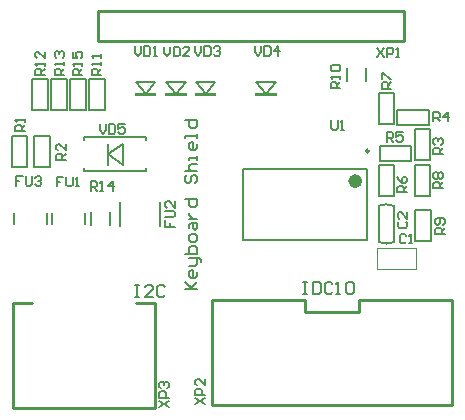
<source format=gto>
G04 Layer_Color=65535*
%FSLAX24Y24*%
%MOIN*%
G70*
G01*
G75*
%ADD10C,0.0079*%
%ADD33C,0.0236*%
%ADD34C,0.0098*%
%ADD35C,0.0070*%
%ADD36C,0.0100*%
%ADD37C,0.0039*%
%ADD38C,0.0050*%
G36*
X38697Y33136D02*
X37977D01*
Y33246D01*
X38697D01*
Y33136D01*
D02*
G37*
G36*
X37693D02*
X36973D01*
Y33246D01*
X37693D01*
Y33136D01*
D02*
G37*
G36*
X41699D02*
X40979D01*
Y33246D01*
X41699D01*
Y33136D01*
D02*
G37*
G36*
X39691D02*
X38971D01*
Y33246D01*
X39691D01*
Y33136D01*
D02*
G37*
D10*
X37003Y33616D02*
X37663D01*
X37003D02*
X37333Y33186D01*
X37663Y33616D01*
X38007D02*
X38667D01*
X38007D02*
X38337Y33186D01*
X38667Y33616D01*
X39001D02*
X39661D01*
X39001D02*
X39331Y33186D01*
X39661Y33616D01*
X41009D02*
X41669D01*
X41009D02*
X41339Y33186D01*
X41669Y33616D01*
X40581Y28327D02*
Y30689D01*
X44715Y28327D02*
Y30689D01*
X40581Y28327D02*
X44715D01*
X40581Y30689D02*
X44715D01*
X44665Y33632D02*
Y34065D01*
X44035Y33632D02*
Y34065D01*
X34213Y28868D02*
Y29222D01*
X35315Y28868D02*
Y29222D01*
X37362Y31654D02*
Y31762D01*
Y30620D02*
Y30728D01*
X35276Y31654D02*
Y31762D01*
Y30620D02*
Y30728D01*
Y31762D02*
X37362D01*
X35276Y30620D02*
X37362D01*
X36467Y28809D02*
Y29596D01*
X37805Y28809D02*
Y29596D01*
X32933Y28868D02*
Y29222D01*
X34035Y28868D02*
Y29222D01*
X36142Y28839D02*
Y29272D01*
X35512Y28839D02*
Y29272D01*
X36988Y26821D02*
X37119D01*
X37054D01*
Y26427D01*
X36988D01*
X37119D01*
X37579D02*
X37316D01*
X37579Y26690D01*
Y26755D01*
X37513Y26821D01*
X37382D01*
X37316Y26755D01*
X37972D02*
X37907Y26821D01*
X37775D01*
X37710Y26755D01*
Y26493D01*
X37775Y26427D01*
X37907D01*
X37972Y26493D01*
X42579Y26929D02*
X42710D01*
X42644D01*
Y26535D01*
X42579D01*
X42710D01*
X42907Y26929D02*
Y26535D01*
X43103D01*
X43169Y26601D01*
Y26863D01*
X43103Y26929D01*
X42907D01*
X43563Y26863D02*
X43497Y26929D01*
X43366D01*
X43300Y26863D01*
Y26601D01*
X43366Y26535D01*
X43497D01*
X43563Y26601D01*
X43694Y26535D02*
X43825D01*
X43759D01*
Y26929D01*
X43694Y26863D01*
X44022D02*
X44087Y26929D01*
X44219D01*
X44284Y26863D01*
Y26601D01*
X44219Y26535D01*
X44087D01*
X44022Y26601D01*
Y26863D01*
X38662Y26683D02*
X39055D01*
X38924D01*
X38662Y26945D01*
X38858Y26749D01*
X39055Y26945D01*
Y27273D02*
Y27142D01*
X38990Y27077D01*
X38858D01*
X38793Y27142D01*
Y27273D01*
X38858Y27339D01*
X38924D01*
Y27077D01*
X38793Y27470D02*
X38990D01*
X39055Y27536D01*
Y27733D01*
X39121D01*
X39186Y27667D01*
Y27601D01*
X39055Y27733D02*
X38793D01*
X38662Y27864D02*
X39055D01*
Y28061D01*
X38990Y28126D01*
X38924D01*
X38858D01*
X38793Y28061D01*
Y27864D01*
X39055Y28323D02*
Y28454D01*
X38990Y28520D01*
X38858D01*
X38793Y28454D01*
Y28323D01*
X38858Y28257D01*
X38990D01*
X39055Y28323D01*
X38793Y28717D02*
Y28848D01*
X38858Y28913D01*
X39055D01*
Y28717D01*
X38990Y28651D01*
X38924Y28717D01*
Y28913D01*
X38793Y29045D02*
X39055D01*
X38924D01*
X38858Y29110D01*
X38793Y29176D01*
Y29241D01*
X38662Y29700D02*
X39055D01*
Y29504D01*
X38990Y29438D01*
X38858D01*
X38793Y29504D01*
Y29700D01*
X38727Y30488D02*
X38662Y30422D01*
Y30291D01*
X38727Y30225D01*
X38793D01*
X38858Y30291D01*
Y30422D01*
X38924Y30488D01*
X38990D01*
X39055Y30422D01*
Y30291D01*
X38990Y30225D01*
X38662Y30619D02*
X39055D01*
X38858D01*
X38793Y30684D01*
Y30816D01*
X38858Y30881D01*
X39055D01*
Y31012D02*
Y31144D01*
Y31078D01*
X38793D01*
Y31012D01*
X39055Y31537D02*
Y31406D01*
X38990Y31340D01*
X38858D01*
X38793Y31406D01*
Y31537D01*
X38858Y31603D01*
X38924D01*
Y31340D01*
X39055Y31734D02*
Y31865D01*
Y31800D01*
X38662D01*
Y31734D01*
Y32324D02*
X39055D01*
Y32128D01*
X38990Y32062D01*
X38858D01*
X38793Y32128D01*
Y32324D01*
X45059Y34744D02*
X45269Y34429D01*
Y34744D02*
X45059Y34429D01*
X45374D02*
Y34744D01*
X45531D01*
X45584Y34692D01*
Y34587D01*
X45531Y34534D01*
X45374D01*
X45689Y34429D02*
X45794D01*
X45741D01*
Y34744D01*
X45689Y34692D01*
X36969Y34783D02*
Y34573D01*
X37073Y34469D01*
X37178Y34573D01*
Y34783D01*
X37283D02*
Y34469D01*
X37441D01*
X37493Y34521D01*
Y34731D01*
X37441Y34783D01*
X37283D01*
X37598Y34469D02*
X37703D01*
X37651D01*
Y34783D01*
X37598Y34731D01*
X37953Y34774D02*
Y34564D01*
X38058Y34459D01*
X38163Y34564D01*
Y34774D01*
X38268D02*
Y34459D01*
X38425D01*
X38478Y34511D01*
Y34721D01*
X38425Y34774D01*
X38268D01*
X38792Y34459D02*
X38582D01*
X38792Y34669D01*
Y34721D01*
X38740Y34774D01*
X38635D01*
X38582Y34721D01*
X38976Y34793D02*
Y34583D01*
X39081Y34478D01*
X39186Y34583D01*
Y34793D01*
X39291D02*
Y34478D01*
X39449D01*
X39501Y34531D01*
Y34741D01*
X39449Y34793D01*
X39291D01*
X39606Y34741D02*
X39659Y34793D01*
X39764D01*
X39816Y34741D01*
Y34688D01*
X39764Y34636D01*
X39711D01*
X39764D01*
X39816Y34583D01*
Y34531D01*
X39764Y34478D01*
X39659D01*
X39606Y34531D01*
X34665Y31004D02*
X34351D01*
Y31161D01*
X34403Y31214D01*
X34508D01*
X34560Y31161D01*
Y31004D01*
Y31109D02*
X34665Y31214D01*
Y31529D02*
Y31319D01*
X34455Y31529D01*
X34403D01*
X34351Y31476D01*
Y31371D01*
X34403Y31319D01*
X33307Y31959D02*
X32992D01*
Y32116D01*
X33045Y32169D01*
X33150D01*
X33202Y32116D01*
Y31959D01*
Y32064D02*
X33307Y32169D01*
Y32274D02*
Y32378D01*
Y32326D01*
X32992D01*
X33045Y32274D01*
X40974Y34793D02*
Y34583D01*
X41079Y34478D01*
X41184Y34583D01*
Y34793D01*
X41289D02*
Y34478D01*
X41447D01*
X41499Y34531D01*
Y34741D01*
X41447Y34793D01*
X41289D01*
X41762Y34478D02*
Y34793D01*
X41604Y34636D01*
X41814D01*
X43524Y32323D02*
Y32060D01*
X43576Y32008D01*
X43681D01*
X43734Y32060D01*
Y32323D01*
X43838Y32008D02*
X43943D01*
X43891D01*
Y32323D01*
X43838Y32270D01*
X38996Y22854D02*
X39311Y23064D01*
X38996D02*
X39311Y22854D01*
Y23169D02*
X38996D01*
Y23327D01*
X39049Y23379D01*
X39154D01*
X39206Y23327D01*
Y23169D01*
X39311Y23694D02*
Y23484D01*
X39101Y23694D01*
X39049D01*
X38996Y23641D01*
Y23537D01*
X39049Y23484D01*
X47244Y30059D02*
X46929D01*
Y30216D01*
X46982Y30269D01*
X47087D01*
X47139Y30216D01*
Y30059D01*
Y30164D02*
X47244Y30269D01*
X46982Y30374D02*
X46929Y30426D01*
Y30531D01*
X46982Y30584D01*
X47034D01*
X47087Y30531D01*
X47139Y30584D01*
X47192D01*
X47244Y30531D01*
Y30426D01*
X47192Y30374D01*
X47139D01*
X47087Y30426D01*
X47034Y30374D01*
X46982D01*
X47087Y30426D02*
Y30531D01*
X45522Y33376D02*
X45207D01*
Y33533D01*
X45259Y33586D01*
X45364D01*
X45417Y33533D01*
Y33376D01*
Y33481D02*
X45522Y33586D01*
X45207Y33691D02*
Y33901D01*
X45259D01*
X45469Y33691D01*
X45522D01*
X46043Y29921D02*
X45728D01*
Y30079D01*
X45781Y30131D01*
X45886D01*
X45938Y30079D01*
Y29921D01*
Y30026D02*
X46043Y30131D01*
X45728Y30446D02*
X45781Y30341D01*
X45886Y30236D01*
X45991D01*
X46043Y30289D01*
Y30394D01*
X45991Y30446D01*
X45938D01*
X45886Y30394D01*
Y30236D01*
X45374Y31614D02*
Y31929D01*
X45531D01*
X45584Y31877D01*
Y31772D01*
X45531Y31719D01*
X45374D01*
X45479D02*
X45584Y31614D01*
X45899Y31929D02*
X45689D01*
Y31772D01*
X45794Y31824D01*
X45846D01*
X45899Y31772D01*
Y31667D01*
X45846Y31614D01*
X45741D01*
X45689Y31667D01*
X46929Y32283D02*
Y32598D01*
X47087D01*
X47139Y32546D01*
Y32441D01*
X47087Y32388D01*
X46929D01*
X47034D02*
X47139Y32283D01*
X47401D02*
Y32598D01*
X47244Y32441D01*
X47454D01*
X47244Y31201D02*
X46929D01*
Y31358D01*
X46982Y31411D01*
X47087D01*
X47139Y31358D01*
Y31201D01*
Y31306D02*
X47244Y31411D01*
X46982Y31516D02*
X46929Y31568D01*
Y31673D01*
X46982Y31726D01*
X47034D01*
X47087Y31673D01*
Y31621D01*
Y31673D01*
X47139Y31726D01*
X47192D01*
X47244Y31673D01*
Y31568D01*
X47192Y31516D01*
X47303Y28533D02*
X46988D01*
Y28691D01*
X47041Y28743D01*
X47146D01*
X47198Y28691D01*
Y28533D01*
Y28638D02*
X47303Y28743D01*
X47251Y28848D02*
X47303Y28901D01*
Y29006D01*
X47251Y29058D01*
X47041D01*
X46988Y29006D01*
Y28901D01*
X47041Y28848D01*
X47093D01*
X47146Y28901D01*
Y29058D01*
X45791Y28940D02*
X45738Y28888D01*
Y28783D01*
X45791Y28730D01*
X46001D01*
X46053Y28783D01*
Y28888D01*
X46001Y28940D01*
X46053Y29255D02*
Y29045D01*
X45843Y29255D01*
X45791D01*
X45738Y29203D01*
Y29098D01*
X45791Y29045D01*
X46017Y28481D02*
X45965Y28533D01*
X45860D01*
X45807Y28481D01*
Y28271D01*
X45860Y28219D01*
X45965D01*
X46017Y28271D01*
X46122Y28219D02*
X46227D01*
X46174D01*
Y28533D01*
X46122Y28481D01*
X43819Y33386D02*
X43504D01*
Y33543D01*
X43557Y33596D01*
X43661D01*
X43714Y33543D01*
Y33386D01*
Y33491D02*
X43819Y33596D01*
Y33701D02*
Y33806D01*
Y33753D01*
X43504D01*
X43557Y33701D01*
Y33963D02*
X43504Y34016D01*
Y34121D01*
X43557Y34173D01*
X43766D01*
X43819Y34121D01*
Y34016D01*
X43766Y33963D01*
X43557D01*
X37795Y22766D02*
X38110Y22976D01*
X37795D02*
X38110Y22766D01*
Y23081D02*
X37795D01*
Y23238D01*
X37848Y23291D01*
X37953D01*
X38005Y23238D01*
Y23081D01*
X37848Y23395D02*
X37795Y23448D01*
Y23553D01*
X37848Y23605D01*
X37900D01*
X37953Y23553D01*
Y23500D01*
Y23553D01*
X38005Y23605D01*
X38058D01*
X38110Y23553D01*
Y23448D01*
X38058Y23395D01*
X35846Y33839D02*
X35532D01*
Y33996D01*
X35584Y34048D01*
X35689D01*
X35742Y33996D01*
Y33839D01*
Y33944D02*
X35846Y34048D01*
Y34153D02*
Y34258D01*
Y34206D01*
X35532D01*
X35584Y34153D01*
X35846Y34416D02*
Y34521D01*
Y34468D01*
X35532D01*
X35584Y34416D01*
X34590Y30433D02*
X34380D01*
Y30276D01*
X34485D01*
X34380D01*
Y30118D01*
X34695Y30433D02*
Y30171D01*
X34747Y30118D01*
X34852D01*
X34905Y30171D01*
Y30433D01*
X35010Y30118D02*
X35115D01*
X35062D01*
Y30433D01*
X35010Y30380D01*
X33967Y33829D02*
X33652D01*
Y33986D01*
X33704Y34039D01*
X33809D01*
X33862Y33986D01*
Y33829D01*
Y33934D02*
X33967Y34039D01*
Y34144D02*
Y34249D01*
Y34196D01*
X33652D01*
X33704Y34144D01*
X33967Y34616D02*
Y34406D01*
X33757Y34616D01*
X33704D01*
X33652Y34563D01*
Y34458D01*
X33704Y34406D01*
X35797Y32195D02*
Y31985D01*
X35902Y31880D01*
X36007Y31985D01*
Y32195D01*
X36112D02*
Y31880D01*
X36270D01*
X36322Y31932D01*
Y32142D01*
X36270Y32195D01*
X36112D01*
X36637D02*
X36427D01*
Y32037D01*
X36532Y32090D01*
X36584D01*
X36637Y32037D01*
Y31932D01*
X36584Y31880D01*
X36479D01*
X36427Y31932D01*
X37992Y28989D02*
Y28780D01*
X38150D01*
Y28884D01*
Y28780D01*
X38307D01*
X37992Y29094D02*
X38255D01*
X38307Y29147D01*
Y29252D01*
X38255Y29304D01*
X37992D01*
X38307Y29619D02*
Y29409D01*
X38097Y29619D01*
X38045D01*
X37992Y29567D01*
Y29462D01*
X38045Y29409D01*
X34616Y33839D02*
X34301D01*
Y33996D01*
X34354Y34048D01*
X34459D01*
X34511Y33996D01*
Y33839D01*
Y33944D02*
X34616Y34048D01*
Y34153D02*
Y34258D01*
Y34206D01*
X34301D01*
X34354Y34153D01*
Y34416D02*
X34301Y34468D01*
Y34573D01*
X34354Y34626D01*
X34406D01*
X34459Y34573D01*
Y34521D01*
Y34573D01*
X34511Y34626D01*
X34564D01*
X34616Y34573D01*
Y34468D01*
X34564Y34416D01*
X33232Y30453D02*
X33022D01*
Y30295D01*
X33127D01*
X33022D01*
Y30138D01*
X33337Y30453D02*
Y30190D01*
X33389Y30138D01*
X33494D01*
X33546Y30190D01*
Y30453D01*
X33651Y30400D02*
X33704Y30453D01*
X33809D01*
X33861Y30400D01*
Y30348D01*
X33809Y30295D01*
X33756D01*
X33809D01*
X33861Y30243D01*
Y30190D01*
X33809Y30138D01*
X33704D01*
X33651Y30190D01*
X35217Y33819D02*
X34902D01*
Y33976D01*
X34954Y34029D01*
X35059D01*
X35112Y33976D01*
Y33819D01*
Y33924D02*
X35217Y34029D01*
Y34134D02*
Y34239D01*
Y34186D01*
X34902D01*
X34954Y34134D01*
X34902Y34606D02*
Y34396D01*
X35059D01*
X35007Y34501D01*
Y34554D01*
X35059Y34606D01*
X35164D01*
X35217Y34554D01*
Y34449D01*
X35164Y34396D01*
X35502Y29980D02*
Y30295D01*
X35659D01*
X35712Y30243D01*
Y30138D01*
X35659Y30085D01*
X35502D01*
X35607D02*
X35712Y29980D01*
X35817D02*
X35922D01*
X35869D01*
Y30295D01*
X35817Y30243D01*
X36237Y29980D02*
Y30295D01*
X36079Y30138D01*
X36289D01*
D33*
X44439Y30295D02*
G03*
X44439Y30295I-118J0D01*
G01*
D34*
X44781Y31299D02*
G03*
X44781Y31299I-49J0D01*
G01*
D35*
X45610Y29471D02*
G03*
X45100Y29472I-256J-608D01*
G01*
Y28264D02*
G03*
X45610Y28264I255J609D01*
G01*
X33622Y30768D02*
X34134D01*
X33622Y31811D02*
X34134D01*
Y30768D02*
Y31811D01*
X33622Y30768D02*
Y31811D01*
X32884Y30768D02*
X33396D01*
X32884Y31811D02*
X33396D01*
Y30768D02*
Y31811D01*
X32884Y30768D02*
Y31811D01*
X46299Y30846D02*
X46811D01*
X46299Y29803D02*
X46811D01*
X46299D02*
Y30846D01*
X46811Y29803D02*
Y30846D01*
X45108Y32205D02*
X45620D01*
X45108Y33248D02*
X45620D01*
Y32205D02*
Y33248D01*
X45108Y32205D02*
Y33248D01*
X45098Y30837D02*
X45610D01*
X45098Y29793D02*
X45610D01*
X45098D02*
Y30837D01*
X45610Y29793D02*
Y30837D01*
X45138Y30965D02*
Y31476D01*
X46181Y30965D02*
Y31476D01*
X45138Y30965D02*
X46181D01*
X45138Y31476D02*
X46181D01*
X45728Y32165D02*
Y32677D01*
X46772Y32165D02*
Y32677D01*
X45728Y32165D02*
X46772D01*
X45728Y32677D02*
X46772D01*
X46299Y30984D02*
X46811D01*
X46299Y32028D02*
X46811D01*
Y30984D02*
Y32028D01*
X46299Y30984D02*
Y32028D01*
X46329Y28287D02*
X46841D01*
X46329Y29331D02*
X46841D01*
Y28287D02*
Y29331D01*
X46329Y28287D02*
Y29331D01*
X45099Y28268D02*
Y29468D01*
X45610Y28268D02*
Y29469D01*
X35453Y33701D02*
X35965D01*
X35453Y32657D02*
X35965D01*
X35453D02*
Y33701D01*
X35965Y32657D02*
Y33701D01*
X33553D02*
X34065D01*
X33553Y32657D02*
X34065D01*
X33553D02*
Y33701D01*
X34065Y32657D02*
Y33701D01*
X34193D02*
X34705D01*
X34193Y32657D02*
X34705D01*
X34193D02*
Y33701D01*
X34705Y32657D02*
Y33701D01*
X34823D02*
X35335D01*
X34823Y32657D02*
X35335D01*
X34823D02*
Y33701D01*
X35335Y32657D02*
Y33701D01*
D36*
X35739Y35972D02*
X45939D01*
X35739Y34972D02*
X45939D01*
X35739D02*
Y35972D01*
X45939Y34972D02*
Y35972D01*
X44461Y25939D02*
Y26339D01*
X42661Y25939D02*
Y26339D01*
X47561Y22839D02*
Y26339D01*
X39561Y22839D02*
Y26339D01*
X42661Y25939D02*
X44461D01*
Y26339D02*
X47561D01*
X39561D02*
X42661D01*
X39561Y22839D02*
X47561D01*
X37008Y26220D02*
X37638D01*
X32913D02*
X33543D01*
X32913Y22717D02*
X37638D01*
X32913D02*
Y26220D01*
X37638Y22717D02*
Y26220D01*
D37*
X45059Y28071D02*
X46358D01*
X45059Y27362D02*
X46358D01*
X45059D02*
Y28071D01*
X46358Y27362D02*
Y28071D01*
D38*
X36569Y30841D02*
Y31541D01*
X36069Y30841D02*
Y31541D01*
Y31191D02*
X36569Y31541D01*
X36069Y31191D02*
X36569Y30841D01*
M02*

</source>
